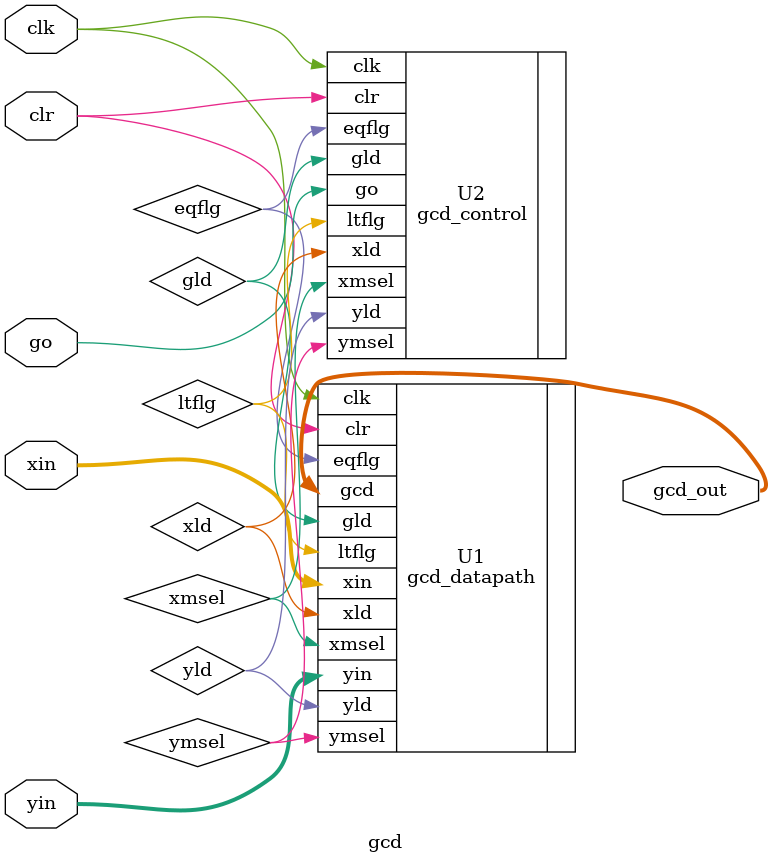
<source format=v>
`timescale 1ns / 1ps


module gcd(
input wire clk,
input wire clr,
input wire go,
input wire [3:0]xin,
input wire [3:0]yin,
output wire [3:0]gcd_out

    );
    wire eqflg,ltflg,xmsel,ymsel;
    wire xld,yld,gld;
    
    gcd_datapath U1(
         .clk(clk),.clr(clr),.xmsel(xmsel),.ymsel(ymsel),.xld(xld),.yld(yld),
         .gld(gld),.xin(xin),.yin(yin),.gcd(gcd_out),.eqflg(eqflg),.ltflg(ltflg)
         );
    gcd_control U2(
         .clk(clk),.clr(clr),.go(go),.eqflg(eqflg),.ltflg(ltflg),.xmsel(xmsel),
         .ymsel(ymsel),.xld(xld),.yld(yld),.gld(gld)
         );
         
endmodule

</source>
